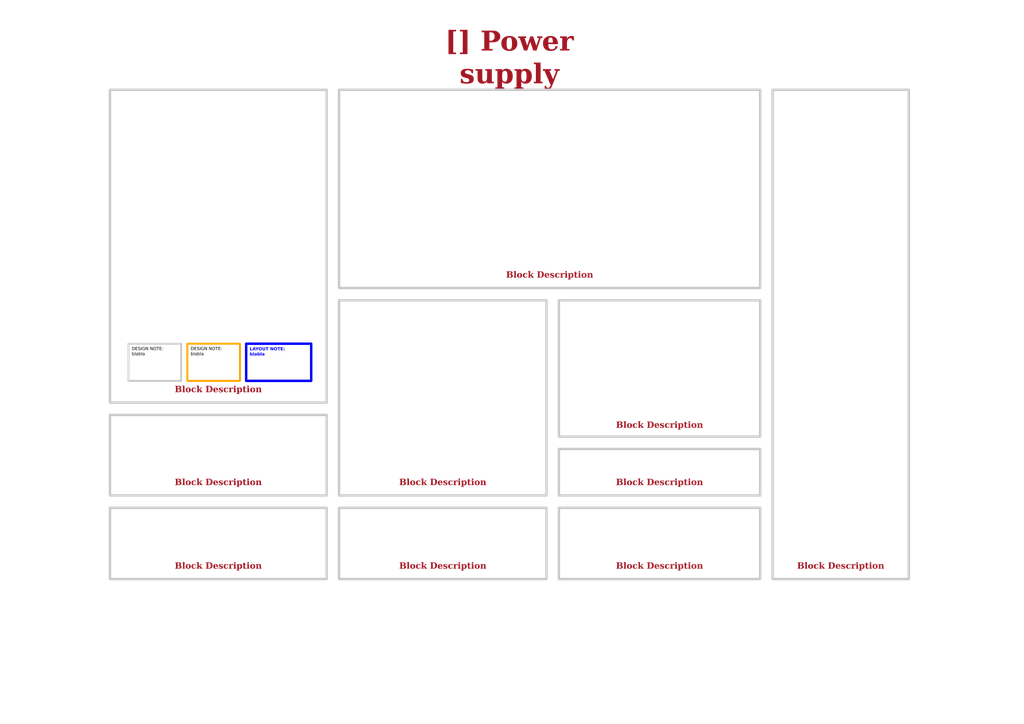
<source format=kicad_sch>
(kicad_sch
	(version 20231120)
	(generator "eeschema")
	(generator_version "8.0")
	(uuid "9f51f682-c121-4ffe-b282-78a63d35d4f6")
	(paper "A3")
	(title_block
		(title "Power supply")
		(company "${COMPANY}")
	)
	(lib_symbols)
	(rectangle
		(start 139.065 36.83)
		(end 311.785 118.11)
		(stroke
			(width 1)
			(type default)
			(color 200 200 200 1)
		)
		(fill
			(type none)
		)
		(uuid 0f463053-39ab-41d8-8d00-0eeb8da7b2aa)
	)
	(rectangle
		(start 316.865 36.83)
		(end 372.745 237.49)
		(stroke
			(width 1)
			(type default)
			(color 200 200 200 1)
		)
		(fill
			(type none)
		)
		(uuid 2a794945-857e-4176-adae-6faf06303886)
	)
	(rectangle
		(start 229.235 208.28)
		(end 311.785 237.49)
		(stroke
			(width 1)
			(type default)
			(color 200 200 200 1)
		)
		(fill
			(type none)
		)
		(uuid 5ffec1c9-e8eb-4314-9091-d8152775431a)
	)
	(rectangle
		(start 45.085 208.28)
		(end 133.985 237.49)
		(stroke
			(width 1)
			(type default)
			(color 200 200 200 1)
		)
		(fill
			(type none)
		)
		(uuid 6a44ccf5-80a1-4fd6-94ce-586eddbcb68e)
	)
	(rectangle
		(start 139.065 208.28)
		(end 224.155 237.49)
		(stroke
			(width 1)
			(type default)
			(color 200 200 200 1)
		)
		(fill
			(type none)
		)
		(uuid 7c3d230a-fc43-4781-bcd0-034a9102b37a)
	)
	(rectangle
		(start 45.085 36.83)
		(end 133.985 165.1)
		(stroke
			(width 1)
			(type default)
			(color 200 200 200 1)
		)
		(fill
			(type none)
		)
		(uuid 843cc954-88bb-42ce-aa20-d1ca9ef9a3cc)
	)
	(rectangle
		(start 139.065 123.19)
		(end 224.155 203.2)
		(stroke
			(width 1)
			(type default)
			(color 200 200 200 1)
		)
		(fill
			(type none)
		)
		(uuid 9285063a-0ed9-4518-868a-7373782c9fbe)
	)
	(rectangle
		(start 229.235 123.19)
		(end 311.785 179.07)
		(stroke
			(width 1)
			(type default)
			(color 200 200 200 1)
		)
		(fill
			(type none)
		)
		(uuid ac7b6246-673c-423c-aa1a-4404329b00a1)
	)
	(rectangle
		(start 45.085 170.18)
		(end 133.985 203.2)
		(stroke
			(width 1)
			(type default)
			(color 200 200 200 1)
		)
		(fill
			(type none)
		)
		(uuid c8e83efe-aced-4be1-817d-146085be2d32)
	)
	(rectangle
		(start 229.235 184.15)
		(end 311.785 203.2)
		(stroke
			(width 1)
			(type default)
			(color 200 200 200 1)
		)
		(fill
			(type none)
		)
		(uuid f48834c5-a36b-48c9-82c2-33e703765590)
	)
	(text_box "DESIGN NOTE:\nblabla"
		(exclude_from_sim no)
		(at 52.705 140.97 0)
		(size 21.59 15.24)
		(stroke
			(width 0.8)
			(type solid)
			(color 200 200 200 1)
		)
		(fill
			(type none)
		)
		(effects
			(font
				(face "Arial")
				(size 1.27 1.27)
				(color 0 0 0 1)
			)
			(justify left top)
		)
		(uuid "1271dc9e-d42e-4291-a416-865ce6de85b3")
	)
	(text_box "LAYOUT NOTE:\nblabla"
		(exclude_from_sim no)
		(at 100.965 140.97 0)
		(size 26.67 15.24)
		(stroke
			(width 1)
			(type solid)
			(color 0 0 255 1)
		)
		(fill
			(type none)
		)
		(effects
			(font
				(face "Arial")
				(size 1.27 1.27)
				(thickness 0.4)
				(bold yes)
				(color 0 0 255 1)
			)
			(justify left top)
		)
		(uuid "384f9a9a-48c4-4942-893f-28aec38adfb4")
	)
	(text_box "[${#}] ${TITLE}"
		(exclude_from_sim no)
		(at 160.655 17.78 0)
		(size 96.52 12.7)
		(stroke
			(width -0.0001)
			(type default)
		)
		(fill
			(type none)
		)
		(effects
			(font
				(face "Times New Roman")
				(size 8 8)
				(thickness 1.2)
				(bold yes)
				(color 162 22 34 1)
			)
		)
		(uuid "49370e42-ec6e-4dcd-8910-ea77ed82650e")
	)
	(text_box "Block Description"
		(exclude_from_sim no)
		(at 230.505 226.06 0)
		(size 80.01 9.525)
		(stroke
			(width -0.0001)
			(type default)
		)
		(fill
			(type none)
		)
		(effects
			(font
				(face "Times New Roman")
				(size 2.54 2.54)
				(thickness 0.508)
				(bold yes)
				(color 162 22 34 1)
			)
			(justify bottom)
		)
		(uuid "7cfb41b1-b886-4b2d-a855-4e7d20456f0e")
	)
	(text_box "Block Description"
		(exclude_from_sim no)
		(at 231.14 168.275 0)
		(size 78.74 9.525)
		(stroke
			(width -0.0001)
			(type default)
		)
		(fill
			(type none)
		)
		(effects
			(font
				(face "Times New Roman")
				(size 2.54 2.54)
				(thickness 0.508)
				(bold yes)
				(color 162 22 34 1)
			)
			(justify bottom)
		)
		(uuid "89a30ae0-eab1-47a1-870b-c6e0f789d510")
	)
	(text_box "Block Description"
		(exclude_from_sim no)
		(at 46.355 226.06 0)
		(size 86.36 9.525)
		(stroke
			(width -0.0001)
			(type default)
		)
		(fill
			(type none)
		)
		(effects
			(font
				(face "Times New Roman")
				(size 2.54 2.54)
				(thickness 0.508)
				(bold yes)
				(color 162 22 34 1)
			)
			(justify bottom)
		)
		(uuid "9308c3e5-0858-41c6-b22f-c5cfbae04183")
	)
	(text_box "Block Description"
		(exclude_from_sim no)
		(at 230.505 191.77 0)
		(size 80.01 9.525)
		(stroke
			(width -0.0001)
			(type default)
		)
		(fill
			(type none)
		)
		(effects
			(font
				(face "Times New Roman")
				(size 2.54 2.54)
				(thickness 0.508)
				(bold yes)
				(color 162 22 34 1)
			)
			(justify bottom)
		)
		(uuid "98f4ca2f-d749-4ce5-8904-387a51e763bb")
	)
	(text_box "Block Description"
		(exclude_from_sim no)
		(at 141.605 106.68 0)
		(size 167.64 9.525)
		(stroke
			(width -0.0001)
			(type default)
		)
		(fill
			(type none)
		)
		(effects
			(font
				(face "Times New Roman")
				(size 2.54 2.54)
				(thickness 0.508)
				(bold yes)
				(color 162 22 34 1)
			)
			(justify bottom)
		)
		(uuid "a7db07a8-c630-4351-aac2-d3b2e0e0e0bd")
	)
	(text_box "DESIGN NOTE:\nblabla"
		(exclude_from_sim no)
		(at 76.835 140.97 0)
		(size 21.59 15.24)
		(stroke
			(width 0.8)
			(type solid)
			(color 255 165 0 1)
		)
		(fill
			(type none)
		)
		(effects
			(font
				(face "Arial")
				(size 1.27 1.27)
				(color 0 0 0 1)
			)
			(justify left top)
		)
		(uuid "b50b20ee-4ff1-4981-ab99-e0e546433689")
	)
	(text_box "Block Description"
		(exclude_from_sim no)
		(at 46.355 153.67 0)
		(size 86.36 9.525)
		(stroke
			(width -0.0001)
			(type default)
		)
		(fill
			(type none)
		)
		(effects
			(font
				(face "Times New Roman")
				(size 2.54 2.54)
				(thickness 0.508)
				(bold yes)
				(color 162 22 34 1)
			)
			(justify bottom)
		)
		(uuid "ccde6057-0563-48d4-8bb2-19c4d487ea36")
	)
	(text_box "Block Description"
		(exclude_from_sim no)
		(at 140.335 191.77 0)
		(size 82.55 9.525)
		(stroke
			(width -0.0001)
			(type default)
		)
		(fill
			(type none)
		)
		(effects
			(font
				(face "Times New Roman")
				(size 2.54 2.54)
				(thickness 0.508)
				(bold yes)
				(color 162 22 34 1)
			)
			(justify bottom)
		)
		(uuid "d2288e8d-a426-48b6-8e8f-0cdf0fcdef64")
	)
	(text_box "Block Description"
		(exclude_from_sim no)
		(at 318.135 226.06 0)
		(size 53.34 9.525)
		(stroke
			(width -0.0001)
			(type default)
		)
		(fill
			(type none)
		)
		(effects
			(font
				(face "Times New Roman")
				(size 2.54 2.54)
				(thickness 0.508)
				(bold yes)
				(color 162 22 34 1)
			)
			(justify bottom)
		)
		(uuid "e07c7545-0c57-4d77-b46a-7f44fd1172da")
	)
	(text_box "Block Description"
		(exclude_from_sim no)
		(at 140.335 226.06 0)
		(size 82.55 9.525)
		(stroke
			(width -0.0001)
			(type default)
		)
		(fill
			(type none)
		)
		(effects
			(font
				(face "Times New Roman")
				(size 2.54 2.54)
				(thickness 0.508)
				(bold yes)
				(color 162 22 34 1)
			)
			(justify bottom)
		)
		(uuid "e4fcc293-e208-4e97-8b3f-e472384ab4d6")
	)
	(text_box "Block Description"
		(exclude_from_sim no)
		(at 46.355 191.77 0)
		(size 86.36 9.525)
		(stroke
			(width -0.0001)
			(type default)
		)
		(fill
			(type none)
		)
		(effects
			(font
				(face "Times New Roman")
				(size 2.54 2.54)
				(thickness 0.508)
				(bold yes)
				(color 162 22 34 1)
			)
			(justify bottom)
		)
		(uuid "f3bdefee-0df0-479c-aa0c-031f01d04bce")
	)
)

</source>
